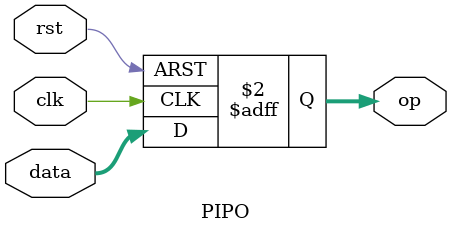
<source format=v>

module PIPO(data,clk,rst,op);
  input clk,rst;
  input [7:0] data;
  output reg[7:0] op;
  always@(posedge clk or posedge rst)
    begin
      if(rst)
        op=8'b00000000;
      else
        op=data;
    end
endmodule

</source>
